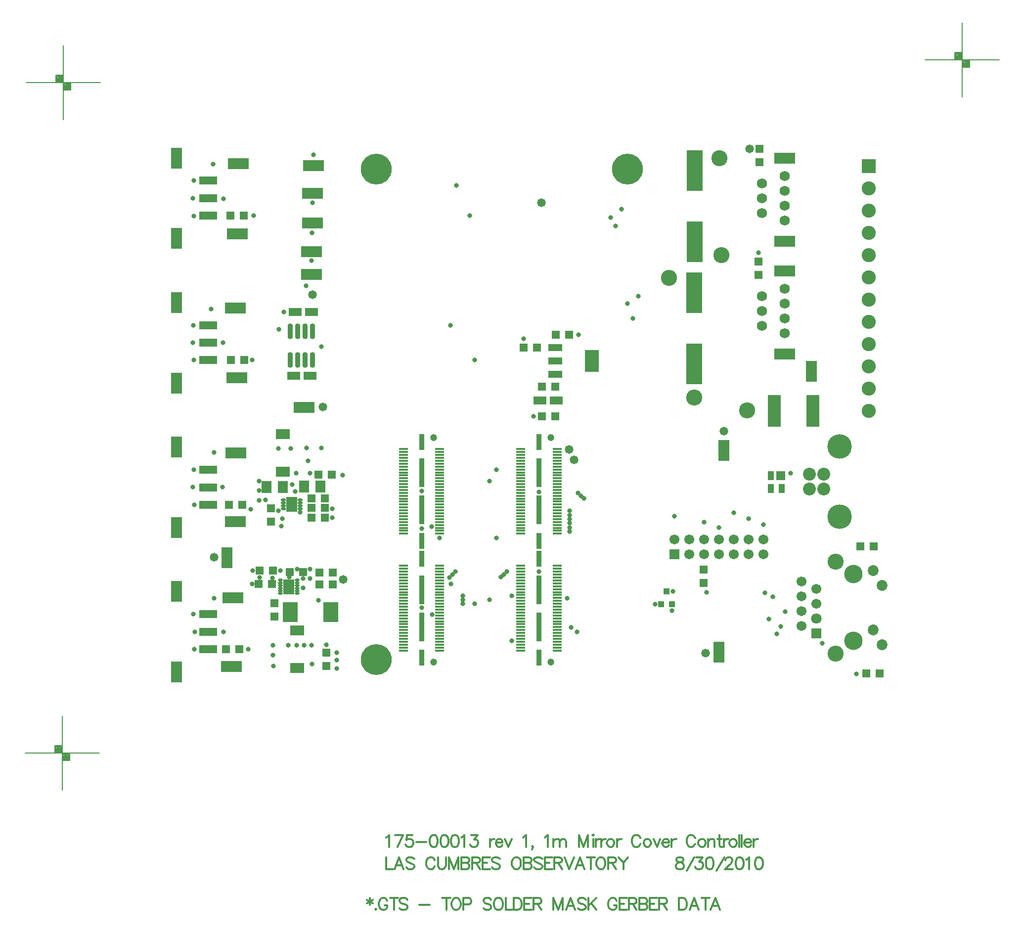
<source format=gts>
%FSLAX23Y23*%
%MOIN*%
G70*
G01*
G75*
G04 Layer_Color=8388736*
%ADD10R,0.070X0.135*%
%ADD11R,0.135X0.070*%
%ADD12R,0.050X0.050*%
%ADD13O,0.028X0.098*%
%ADD14R,0.085X0.138*%
%ADD15R,0.085X0.043*%
%ADD16R,0.085X0.043*%
%ADD17R,0.078X0.048*%
%ADD18R,0.094X0.130*%
%ADD19R,0.050X0.050*%
%ADD20R,0.087X0.059*%
%ADD21O,0.024X0.010*%
%ADD22R,0.065X0.094*%
%ADD23R,0.035X0.053*%
%ADD24R,0.053X0.053*%
%ADD25R,0.063X0.075*%
%ADD26O,0.027X0.010*%
%ADD27R,0.036X0.036*%
%ADD28R,0.079X0.209*%
%ADD29R,0.115X0.050*%
%ADD30R,0.065X0.135*%
%ADD31R,0.098X0.268*%
%ADD32R,0.025X0.100*%
%ADD33R,0.057X0.012*%
%ADD34R,0.025X0.185*%
%ADD35C,0.008*%
%ADD36C,0.012*%
%ADD37C,0.010*%
%ADD38C,0.020*%
%ADD39C,0.005*%
%ADD40C,0.100*%
%ADD41C,0.030*%
%ADD42C,0.050*%
%ADD43C,0.025*%
%ADD44C,0.012*%
%ADD45C,0.012*%
%ADD46C,0.020*%
%ADD47R,0.059X0.059*%
%ADD48C,0.059*%
%ADD49C,0.087*%
%ADD50R,0.087X0.087*%
%ADD51C,0.079*%
%ADD52C,0.157*%
%ADD53C,0.060*%
%ADD54C,0.039*%
%ADD55C,0.200*%
%ADD56C,0.059*%
%ADD57R,0.059X0.059*%
%ADD58C,0.063*%
%ADD59C,0.116*%
%ADD60C,0.065*%
%ADD61C,0.100*%
%ADD62C,0.024*%
%ADD63C,0.026*%
%ADD64C,0.050*%
%ADD65C,0.040*%
%ADD66C,0.075*%
%ADD67C,0.087*%
%ADD68C,0.076*%
%ADD69C,0.131*%
%ADD70C,0.070*%
G04:AMPARAMS|DCode=71|XSize=90mil|YSize=90mil|CornerRadius=0mil|HoleSize=0mil|Usage=FLASHONLY|Rotation=0.000|XOffset=0mil|YOffset=0mil|HoleType=Round|Shape=Relief|Width=10mil|Gap=10mil|Entries=4|*
%AMTHD71*
7,0,0,0.090,0.070,0.010,45*
%
%ADD71THD71*%
%ADD72C,0.080*%
%ADD73C,0.131*%
%ADD74C,0.075*%
%ADD75C,0.168*%
%ADD76C,0.080*%
%ADD77C,0.103*%
G04:AMPARAMS|DCode=78|XSize=110mil|YSize=110mil|CornerRadius=0mil|HoleSize=0mil|Usage=FLASHONLY|Rotation=0.000|XOffset=0mil|YOffset=0mil|HoleType=Round|Shape=Relief|Width=10mil|Gap=10mil|Entries=4|*
%AMTHD78*
7,0,0,0.110,0.090,0.010,45*
%
%ADD78THD78*%
G04:AMPARAMS|DCode=79|XSize=70mil|YSize=70mil|CornerRadius=0mil|HoleSize=0mil|Usage=FLASHONLY|Rotation=0.000|XOffset=0mil|YOffset=0mil|HoleType=Round|Shape=Relief|Width=10mil|Gap=10mil|Entries=4|*
%AMTHD79*
7,0,0,0.070,0.050,0.010,45*
%
%ADD79THD79*%
%ADD80C,0.053*%
G04:AMPARAMS|DCode=81|XSize=120mil|YSize=120mil|CornerRadius=0mil|HoleSize=0mil|Usage=FLASHONLY|Rotation=0.000|XOffset=0mil|YOffset=0mil|HoleType=Round|Shape=Relief|Width=10mil|Gap=10mil|Entries=4|*
%AMTHD81*
7,0,0,0.120,0.100,0.010,45*
%
%ADD81THD81*%
%ADD82C,0.068*%
G04:AMPARAMS|DCode=83|XSize=95.433mil|YSize=95.433mil|CornerRadius=0mil|HoleSize=0mil|Usage=FLASHONLY|Rotation=0.000|XOffset=0mil|YOffset=0mil|HoleType=Round|Shape=Relief|Width=10mil|Gap=10mil|Entries=4|*
%AMTHD83*
7,0,0,0.095,0.075,0.010,45*
%
%ADD83THD83*%
G04:AMPARAMS|DCode=84|XSize=107.244mil|YSize=107.244mil|CornerRadius=0mil|HoleSize=0mil|Usage=FLASHONLY|Rotation=0.000|XOffset=0mil|YOffset=0mil|HoleType=Round|Shape=Relief|Width=10mil|Gap=10mil|Entries=4|*
%AMTHD84*
7,0,0,0.107,0.087,0.010,45*
%
%ADD84THD84*%
G04:AMPARAMS|DCode=85|XSize=96.221mil|YSize=96.221mil|CornerRadius=0mil|HoleSize=0mil|Usage=FLASHONLY|Rotation=0.000|XOffset=0mil|YOffset=0mil|HoleType=Round|Shape=Relief|Width=10mil|Gap=10mil|Entries=4|*
%AMTHD85*
7,0,0,0.096,0.076,0.010,45*
%
%ADD85THD85*%
G04:AMPARAMS|DCode=86|XSize=150.551mil|YSize=150.551mil|CornerRadius=0mil|HoleSize=0mil|Usage=FLASHONLY|Rotation=0.000|XOffset=0mil|YOffset=0mil|HoleType=Round|Shape=Relief|Width=10mil|Gap=10mil|Entries=4|*
%AMTHD86*
7,0,0,0.151,0.131,0.010,45*
%
%ADD86THD86*%
G04:AMPARAMS|DCode=87|XSize=100mil|YSize=100mil|CornerRadius=0mil|HoleSize=0mil|Usage=FLASHONLY|Rotation=0.000|XOffset=0mil|YOffset=0mil|HoleType=Round|Shape=Relief|Width=10mil|Gap=10mil|Entries=4|*
%AMTHD87*
7,0,0,0.100,0.080,0.010,45*
%
%ADD87THD87*%
G04:AMPARAMS|DCode=88|XSize=123mil|YSize=123mil|CornerRadius=0mil|HoleSize=0mil|Usage=FLASHONLY|Rotation=0.000|XOffset=0mil|YOffset=0mil|HoleType=Round|Shape=Relief|Width=10mil|Gap=10mil|Entries=4|*
%AMTHD88*
7,0,0,0.123,0.103,0.010,45*
%
%ADD88THD88*%
%ADD89C,0.090*%
G04:AMPARAMS|DCode=90|XSize=72.992mil|YSize=72.992mil|CornerRadius=0mil|HoleSize=0mil|Usage=FLASHONLY|Rotation=0.000|XOffset=0mil|YOffset=0mil|HoleType=Round|Shape=Relief|Width=10mil|Gap=10mil|Entries=4|*
%AMTHD90*
7,0,0,0.073,0.053,0.010,45*
%
%ADD90THD90*%
G04:AMPARAMS|DCode=91|XSize=88mil|YSize=88mil|CornerRadius=0mil|HoleSize=0mil|Usage=FLASHONLY|Rotation=0.000|XOffset=0mil|YOffset=0mil|HoleType=Round|Shape=Relief|Width=10mil|Gap=10mil|Entries=4|*
%AMTHD91*
7,0,0,0.088,0.068,0.010,45*
%
%ADD91THD91*%
%ADD92C,0.010*%
%ADD93C,0.010*%
%ADD94C,0.020*%
%ADD95C,0.008*%
%ADD96C,0.007*%
%ADD97C,0.006*%
%ADD98R,0.136X0.162*%
%ADD99R,0.078X0.143*%
%ADD100R,0.143X0.078*%
%ADD101R,0.058X0.058*%
%ADD102O,0.036X0.106*%
%ADD103R,0.093X0.146*%
%ADD104R,0.093X0.051*%
%ADD105R,0.093X0.051*%
%ADD106R,0.086X0.056*%
%ADD107R,0.102X0.138*%
%ADD108R,0.058X0.058*%
%ADD109R,0.095X0.067*%
%ADD110O,0.032X0.018*%
%ADD111R,0.073X0.102*%
%ADD112R,0.043X0.061*%
%ADD113R,0.061X0.061*%
%ADD114R,0.071X0.083*%
%ADD115O,0.035X0.018*%
%ADD116R,0.044X0.044*%
%ADD117R,0.087X0.217*%
%ADD118R,0.123X0.058*%
%ADD119R,0.073X0.143*%
%ADD120R,0.106X0.276*%
%ADD121R,0.033X0.108*%
%ADD122R,0.061X0.016*%
%ADD123R,0.033X0.193*%
%ADD124C,0.028*%
%ADD125R,0.067X0.067*%
%ADD126C,0.067*%
%ADD127C,0.095*%
%ADD128R,0.095X0.095*%
%ADD129C,0.087*%
%ADD130C,0.165*%
%ADD131C,0.047*%
%ADD132C,0.208*%
%ADD133C,0.067*%
%ADD134R,0.067X0.067*%
%ADD135C,0.071*%
%ADD136C,0.124*%
%ADD137C,0.073*%
%ADD138C,0.108*%
%ADD139C,0.032*%
%ADD140C,0.058*%
D35*
X17370Y14798D02*
X17380D01*
X17370Y14793D02*
Y14803D01*
Y14793D02*
X17380Y14793D01*
X17380Y14803D01*
X17370D02*
X17380D01*
X17365Y14788D02*
Y14803D01*
Y14788D02*
X17385D01*
Y14808D01*
X17365Y14808D02*
X17385Y14808D01*
X17360Y14783D02*
Y14808D01*
Y14783D02*
X17390D01*
Y14813D01*
X17360D02*
X17390D01*
X17355Y14778D02*
Y14818D01*
Y14778D02*
X17395D01*
Y14818D01*
X17355D02*
X17395D01*
X17420Y14748D02*
X17430D01*
X17420Y14743D02*
X17420Y14753D01*
X17420Y14743D02*
X17430D01*
Y14753D01*
X17420Y14753D02*
X17430Y14753D01*
X17415Y14738D02*
Y14753D01*
Y14738D02*
X17435Y14738D01*
X17435Y14758D02*
X17435Y14738D01*
X17415Y14758D02*
X17435D01*
X17410Y14733D02*
Y14758D01*
Y14733D02*
X17440D01*
Y14763D01*
X17410D02*
X17440D01*
X17405Y14728D02*
Y14768D01*
Y14728D02*
X17445D01*
Y14768D01*
X17405D02*
X17445D01*
X17400Y14723D02*
X17450Y14723D01*
X17450Y14773D02*
X17450Y14723D01*
X17350Y14823D02*
X17400Y14823D01*
X17350Y14823D02*
X17350Y14773D01*
X17400Y14523D02*
Y15023D01*
X17150Y14773D02*
X17650D01*
X11302Y10123D02*
X11312D01*
X11302Y10118D02*
Y10128D01*
Y10118D02*
X11312D01*
Y10128D01*
X11302D02*
X11312D01*
X11297Y10113D02*
Y10128D01*
Y10113D02*
X11317D01*
Y10133D01*
X11297D02*
X11317D01*
X11292Y10108D02*
Y10133D01*
Y10108D02*
X11322D01*
Y10138D01*
X11292D02*
X11322D01*
X11287Y10103D02*
Y10143D01*
Y10103D02*
X11327D01*
Y10143D01*
X11287D02*
X11327D01*
X11352Y10073D02*
X11362D01*
X11352Y10068D02*
Y10078D01*
Y10068D02*
X11362D01*
Y10078D01*
X11352D02*
X11362D01*
X11347Y10063D02*
Y10078D01*
Y10063D02*
X11367D01*
Y10083D01*
X11347D02*
X11367D01*
X11342Y10058D02*
Y10083D01*
Y10058D02*
X11372D01*
Y10088D01*
X11342D02*
X11372D01*
X11337Y10053D02*
Y10093D01*
Y10053D02*
X11377D01*
Y10093D01*
X11337D02*
X11377D01*
X11332Y10048D02*
X11382D01*
Y10098D01*
X11282Y10148D02*
X11332D01*
X11282Y10098D02*
Y10148D01*
X11332Y9848D02*
Y10348D01*
X11082Y10098D02*
X11582D01*
X11311Y14643D02*
X11321D01*
X11311Y14638D02*
Y14648D01*
Y14638D02*
X11321D01*
Y14648D01*
X11311D02*
X11321D01*
X11306Y14633D02*
Y14648D01*
Y14633D02*
X11326D01*
Y14653D01*
X11306D02*
X11326D01*
X11301Y14628D02*
Y14653D01*
Y14628D02*
X11331D01*
Y14658D01*
X11301D02*
X11331D01*
X11296Y14623D02*
Y14663D01*
Y14623D02*
X11336D01*
Y14663D01*
X11296D02*
X11336D01*
X11361Y14593D02*
X11371D01*
X11361Y14588D02*
Y14598D01*
Y14588D02*
X11371D01*
Y14598D01*
X11361D02*
X11371D01*
X11356Y14583D02*
Y14598D01*
Y14583D02*
X11376D01*
Y14603D01*
X11356D02*
X11376D01*
X11351Y14578D02*
Y14603D01*
Y14578D02*
X11381D01*
Y14608D01*
X11351D02*
X11381D01*
X11346Y14573D02*
Y14613D01*
Y14573D02*
X11386D01*
Y14613D01*
X11346D02*
X11386D01*
X11341Y14568D02*
X11391D01*
Y14618D01*
X11291Y14668D02*
X11341D01*
X11291Y14618D02*
Y14668D01*
X11341Y14368D02*
Y14868D01*
X11091Y14618D02*
X11591D01*
D36*
X13518Y9531D02*
X13526Y9535D01*
X13537Y9546D01*
Y9466D01*
X13630Y9546D02*
X13592Y9466D01*
X13577Y9546D02*
X13630D01*
X13694D02*
X13656D01*
X13652Y9512D01*
X13656Y9516D01*
X13667Y9520D01*
X13679D01*
X13690Y9516D01*
X13698Y9508D01*
X13701Y9497D01*
Y9489D01*
X13698Y9478D01*
X13690Y9470D01*
X13679Y9466D01*
X13667D01*
X13656Y9470D01*
X13652Y9474D01*
X13648Y9482D01*
X13719Y9501D02*
X13788D01*
X13834Y9546D02*
X13823Y9543D01*
X13815Y9531D01*
X13811Y9512D01*
Y9501D01*
X13815Y9482D01*
X13823Y9470D01*
X13834Y9466D01*
X13842D01*
X13853Y9470D01*
X13861Y9482D01*
X13865Y9501D01*
Y9512D01*
X13861Y9531D01*
X13853Y9543D01*
X13842Y9546D01*
X13834D01*
X13906D02*
X13894Y9543D01*
X13886Y9531D01*
X13883Y9512D01*
Y9501D01*
X13886Y9482D01*
X13894Y9470D01*
X13906Y9466D01*
X13913D01*
X13925Y9470D01*
X13932Y9482D01*
X13936Y9501D01*
Y9512D01*
X13932Y9531D01*
X13925Y9543D01*
X13913Y9546D01*
X13906D01*
X13977D02*
X13965Y9543D01*
X13958Y9531D01*
X13954Y9512D01*
Y9501D01*
X13958Y9482D01*
X13965Y9470D01*
X13977Y9466D01*
X13984D01*
X13996Y9470D01*
X14003Y9482D01*
X14007Y9501D01*
Y9512D01*
X14003Y9531D01*
X13996Y9543D01*
X13984Y9546D01*
X13977D01*
X14025Y9531D02*
X14033Y9535D01*
X14044Y9546D01*
Y9466D01*
X14091Y9546D02*
X14133D01*
X14110Y9516D01*
X14122D01*
X14129Y9512D01*
X14133Y9508D01*
X14137Y9497D01*
Y9489D01*
X14133Y9478D01*
X14126Y9470D01*
X14114Y9466D01*
X14103D01*
X14091Y9470D01*
X14088Y9474D01*
X14084Y9482D01*
X14218Y9520D02*
Y9466D01*
Y9497D02*
X14222Y9508D01*
X14229Y9516D01*
X14237Y9520D01*
X14248D01*
X14256Y9497D02*
X14301D01*
Y9504D01*
X14297Y9512D01*
X14294Y9516D01*
X14286Y9520D01*
X14275D01*
X14267Y9516D01*
X14259Y9508D01*
X14256Y9497D01*
Y9489D01*
X14259Y9478D01*
X14267Y9470D01*
X14275Y9466D01*
X14286D01*
X14294Y9470D01*
X14301Y9478D01*
X14318Y9520D02*
X14341Y9466D01*
X14364Y9520D02*
X14341Y9466D01*
X14440Y9531D02*
X14447Y9535D01*
X14459Y9546D01*
Y9466D01*
X14506Y9470D02*
X14502Y9466D01*
X14499Y9470D01*
X14502Y9474D01*
X14506Y9470D01*
Y9463D01*
X14502Y9455D01*
X14499Y9451D01*
X14587Y9531D02*
X14594Y9535D01*
X14606Y9546D01*
Y9466D01*
X14645Y9520D02*
Y9466D01*
Y9504D02*
X14657Y9516D01*
X14664Y9520D01*
X14676D01*
X14683Y9516D01*
X14687Y9504D01*
Y9466D01*
Y9504D02*
X14698Y9516D01*
X14706Y9520D01*
X14718D01*
X14725Y9516D01*
X14729Y9504D01*
Y9466D01*
X14817Y9546D02*
Y9466D01*
Y9546D02*
X14847Y9466D01*
X14878Y9546D02*
X14847Y9466D01*
X14878Y9546D02*
Y9466D01*
X14908Y9546D02*
X14912Y9543D01*
X14916Y9546D01*
X14912Y9550D01*
X14908Y9546D01*
X14912Y9520D02*
Y9466D01*
X14930Y9520D02*
Y9466D01*
Y9497D02*
X14934Y9508D01*
X14941Y9516D01*
X14949Y9520D01*
X14961D01*
X14968D02*
Y9466D01*
Y9497D02*
X14972Y9508D01*
X14979Y9516D01*
X14987Y9520D01*
X14998D01*
X15025D02*
X15017Y9516D01*
X15009Y9508D01*
X15005Y9497D01*
Y9489D01*
X15009Y9478D01*
X15017Y9470D01*
X15025Y9466D01*
X15036D01*
X15044Y9470D01*
X15051Y9478D01*
X15055Y9489D01*
Y9497D01*
X15051Y9508D01*
X15044Y9516D01*
X15036Y9520D01*
X15025D01*
X15073D02*
Y9466D01*
Y9497D02*
X15076Y9508D01*
X15084Y9516D01*
X15092Y9520D01*
X15103D01*
X15230Y9527D02*
X15226Y9535D01*
X15219Y9543D01*
X15211Y9546D01*
X15196D01*
X15188Y9543D01*
X15181Y9535D01*
X15177Y9527D01*
X15173Y9516D01*
Y9497D01*
X15177Y9485D01*
X15181Y9478D01*
X15188Y9470D01*
X15196Y9466D01*
X15211D01*
X15219Y9470D01*
X15226Y9478D01*
X15230Y9485D01*
X15272Y9520D02*
X15264Y9516D01*
X15256Y9508D01*
X15253Y9497D01*
Y9489D01*
X15256Y9478D01*
X15264Y9470D01*
X15272Y9466D01*
X15283D01*
X15291Y9470D01*
X15298Y9478D01*
X15302Y9489D01*
Y9497D01*
X15298Y9508D01*
X15291Y9516D01*
X15283Y9520D01*
X15272D01*
X15320D02*
X15343Y9466D01*
X15365Y9520D02*
X15343Y9466D01*
X15378Y9497D02*
X15424D01*
Y9504D01*
X15420Y9512D01*
X15416Y9516D01*
X15409Y9520D01*
X15397D01*
X15390Y9516D01*
X15382Y9508D01*
X15378Y9497D01*
Y9489D01*
X15382Y9478D01*
X15390Y9470D01*
X15397Y9466D01*
X15409D01*
X15416Y9470D01*
X15424Y9478D01*
X15441Y9520D02*
Y9466D01*
Y9497D02*
X15445Y9508D01*
X15453Y9516D01*
X15460Y9520D01*
X15472D01*
X15599Y9527D02*
X15595Y9535D01*
X15587Y9543D01*
X15580Y9546D01*
X15565D01*
X15557Y9543D01*
X15549Y9535D01*
X15546Y9527D01*
X15542Y9516D01*
Y9497D01*
X15546Y9485D01*
X15549Y9478D01*
X15557Y9470D01*
X15565Y9466D01*
X15580D01*
X15587Y9470D01*
X15595Y9478D01*
X15599Y9485D01*
X15640Y9520D02*
X15633Y9516D01*
X15625Y9508D01*
X15621Y9497D01*
Y9489D01*
X15625Y9478D01*
X15633Y9470D01*
X15640Y9466D01*
X15652D01*
X15659Y9470D01*
X15667Y9478D01*
X15671Y9489D01*
Y9497D01*
X15667Y9508D01*
X15659Y9516D01*
X15652Y9520D01*
X15640D01*
X15688D02*
Y9466D01*
Y9504D02*
X15700Y9516D01*
X15707Y9520D01*
X15719D01*
X15726Y9516D01*
X15730Y9504D01*
Y9466D01*
X15763Y9546D02*
Y9482D01*
X15766Y9470D01*
X15774Y9466D01*
X15782D01*
X15751Y9520D02*
X15778D01*
X15793D02*
Y9466D01*
Y9497D02*
X15797Y9508D01*
X15805Y9516D01*
X15812Y9520D01*
X15824D01*
X15850D02*
X15842Y9516D01*
X15835Y9508D01*
X15831Y9497D01*
Y9489D01*
X15835Y9478D01*
X15842Y9470D01*
X15850Y9466D01*
X15861D01*
X15869Y9470D01*
X15877Y9478D01*
X15880Y9489D01*
Y9497D01*
X15877Y9508D01*
X15869Y9516D01*
X15861Y9520D01*
X15850D01*
X15898Y9546D02*
Y9466D01*
X15915Y9546D02*
Y9466D01*
X15931Y9497D02*
X15977D01*
Y9504D01*
X15973Y9512D01*
X15969Y9516D01*
X15962Y9520D01*
X15950D01*
X15943Y9516D01*
X15935Y9508D01*
X15931Y9497D01*
Y9489D01*
X15935Y9478D01*
X15943Y9470D01*
X15950Y9466D01*
X15962D01*
X15969Y9470D01*
X15977Y9478D01*
X15994Y9520D02*
Y9466D01*
Y9497D02*
X15998Y9508D01*
X16006Y9516D01*
X16013Y9520D01*
X16025D01*
D44*
X13407Y9122D02*
Y9076D01*
X13388Y9110D02*
X13426Y9087D01*
Y9110D02*
X13388Y9087D01*
X13447Y9049D02*
X13443Y9045D01*
X13447Y9042D01*
X13450Y9045D01*
X13447Y9049D01*
X13525Y9103D02*
X13521Y9110D01*
X13514Y9118D01*
X13506Y9122D01*
X13491D01*
X13483Y9118D01*
X13475Y9110D01*
X13472Y9103D01*
X13468Y9091D01*
Y9072D01*
X13472Y9061D01*
X13475Y9053D01*
X13483Y9045D01*
X13491Y9042D01*
X13506D01*
X13514Y9045D01*
X13521Y9053D01*
X13525Y9061D01*
Y9072D01*
X13506D02*
X13525D01*
X13570Y9122D02*
Y9042D01*
X13543Y9122D02*
X13597D01*
X13659Y9110D02*
X13652Y9118D01*
X13640Y9122D01*
X13625D01*
X13614Y9118D01*
X13606Y9110D01*
Y9103D01*
X13610Y9095D01*
X13614Y9091D01*
X13621Y9087D01*
X13644Y9080D01*
X13652Y9076D01*
X13656Y9072D01*
X13659Y9064D01*
Y9053D01*
X13652Y9045D01*
X13640Y9042D01*
X13625D01*
X13614Y9045D01*
X13606Y9053D01*
X13740Y9076D02*
X13809D01*
X13922Y9122D02*
Y9042D01*
X13895Y9122D02*
X13949D01*
X13981D02*
X13973Y9118D01*
X13966Y9110D01*
X13962Y9103D01*
X13958Y9091D01*
Y9072D01*
X13962Y9061D01*
X13966Y9053D01*
X13973Y9045D01*
X13981Y9042D01*
X13996D01*
X14004Y9045D01*
X14011Y9053D01*
X14015Y9061D01*
X14019Y9072D01*
Y9091D01*
X14015Y9103D01*
X14011Y9110D01*
X14004Y9118D01*
X13996Y9122D01*
X13981D01*
X14038Y9080D02*
X14072D01*
X14083Y9084D01*
X14087Y9087D01*
X14091Y9095D01*
Y9106D01*
X14087Y9114D01*
X14083Y9118D01*
X14072Y9122D01*
X14038D01*
Y9042D01*
X14225Y9110D02*
X14217Y9118D01*
X14206Y9122D01*
X14191D01*
X14179Y9118D01*
X14172Y9110D01*
Y9103D01*
X14176Y9095D01*
X14179Y9091D01*
X14187Y9087D01*
X14210Y9080D01*
X14217Y9076D01*
X14221Y9072D01*
X14225Y9064D01*
Y9053D01*
X14217Y9045D01*
X14206Y9042D01*
X14191D01*
X14179Y9045D01*
X14172Y9053D01*
X14266Y9122D02*
X14258Y9118D01*
X14251Y9110D01*
X14247Y9103D01*
X14243Y9091D01*
Y9072D01*
X14247Y9061D01*
X14251Y9053D01*
X14258Y9045D01*
X14266Y9042D01*
X14281D01*
X14289Y9045D01*
X14296Y9053D01*
X14300Y9061D01*
X14304Y9072D01*
Y9091D01*
X14300Y9103D01*
X14296Y9110D01*
X14289Y9118D01*
X14281Y9122D01*
X14266D01*
X14323D02*
Y9042D01*
X14368D01*
X14377Y9122D02*
Y9042D01*
Y9122D02*
X14404D01*
X14415Y9118D01*
X14423Y9110D01*
X14427Y9103D01*
X14430Y9091D01*
Y9072D01*
X14427Y9061D01*
X14423Y9053D01*
X14415Y9045D01*
X14404Y9042D01*
X14377D01*
X14498Y9122D02*
X14448D01*
Y9042D01*
X14498D01*
X14448Y9084D02*
X14479D01*
X14511Y9122D02*
Y9042D01*
Y9122D02*
X14545D01*
X14557Y9118D01*
X14561Y9114D01*
X14564Y9106D01*
Y9099D01*
X14561Y9091D01*
X14557Y9087D01*
X14545Y9084D01*
X14511D01*
X14538D02*
X14564Y9042D01*
X14645Y9122D02*
Y9042D01*
Y9122D02*
X14676Y9042D01*
X14706Y9122D02*
X14676Y9042D01*
X14706Y9122D02*
Y9042D01*
X14790D02*
X14759Y9122D01*
X14729Y9042D01*
X14740Y9068D02*
X14778D01*
X14862Y9110D02*
X14854Y9118D01*
X14843Y9122D01*
X14828D01*
X14816Y9118D01*
X14809Y9110D01*
Y9103D01*
X14812Y9095D01*
X14816Y9091D01*
X14824Y9087D01*
X14847Y9080D01*
X14854Y9076D01*
X14858Y9072D01*
X14862Y9064D01*
Y9053D01*
X14854Y9045D01*
X14843Y9042D01*
X14828D01*
X14816Y9045D01*
X14809Y9053D01*
X14880Y9122D02*
Y9042D01*
X14933Y9122D02*
X14880Y9068D01*
X14899Y9087D02*
X14933Y9042D01*
X15071Y9103D02*
X15067Y9110D01*
X15060Y9118D01*
X15052Y9122D01*
X15037D01*
X15029Y9118D01*
X15021Y9110D01*
X15018Y9103D01*
X15014Y9091D01*
Y9072D01*
X15018Y9061D01*
X15021Y9053D01*
X15029Y9045D01*
X15037Y9042D01*
X15052D01*
X15060Y9045D01*
X15067Y9053D01*
X15071Y9061D01*
Y9072D01*
X15052D02*
X15071D01*
X15139Y9122D02*
X15089D01*
Y9042D01*
X15139D01*
X15089Y9084D02*
X15120D01*
X15152Y9122D02*
Y9042D01*
Y9122D02*
X15186D01*
X15198Y9118D01*
X15202Y9114D01*
X15205Y9106D01*
Y9099D01*
X15202Y9091D01*
X15198Y9087D01*
X15186Y9084D01*
X15152D01*
X15179D02*
X15205Y9042D01*
X15223Y9122D02*
Y9042D01*
Y9122D02*
X15258D01*
X15269Y9118D01*
X15273Y9114D01*
X15277Y9106D01*
Y9099D01*
X15273Y9091D01*
X15269Y9087D01*
X15258Y9084D01*
X15223D02*
X15258D01*
X15269Y9080D01*
X15273Y9076D01*
X15277Y9068D01*
Y9057D01*
X15273Y9049D01*
X15269Y9045D01*
X15258Y9042D01*
X15223D01*
X15344Y9122D02*
X15295D01*
Y9042D01*
X15344D01*
X15295Y9084D02*
X15325D01*
X15357Y9122D02*
Y9042D01*
Y9122D02*
X15392D01*
X15403Y9118D01*
X15407Y9114D01*
X15411Y9106D01*
Y9099D01*
X15407Y9091D01*
X15403Y9087D01*
X15392Y9084D01*
X15357D01*
X15384D02*
X15411Y9042D01*
X15491Y9122D02*
Y9042D01*
Y9122D02*
X15518D01*
X15530Y9118D01*
X15537Y9110D01*
X15541Y9103D01*
X15545Y9091D01*
Y9072D01*
X15541Y9061D01*
X15537Y9053D01*
X15530Y9045D01*
X15518Y9042D01*
X15491D01*
X15624D02*
X15593Y9122D01*
X15563Y9042D01*
X15574Y9068D02*
X15612D01*
X15669Y9122D02*
Y9042D01*
X15642Y9122D02*
X15696D01*
X15766Y9042D02*
X15736Y9122D01*
X15705Y9042D01*
X15717Y9068D02*
X15755D01*
D45*
X13518Y9396D02*
Y9316D01*
X13564D01*
X13634D02*
X13603Y9396D01*
X13573Y9316D01*
X13584Y9343D02*
X13622D01*
X13706Y9385D02*
X13698Y9393D01*
X13687Y9396D01*
X13671D01*
X13660Y9393D01*
X13652Y9385D01*
Y9377D01*
X13656Y9370D01*
X13660Y9366D01*
X13667Y9362D01*
X13690Y9354D01*
X13698Y9351D01*
X13702Y9347D01*
X13706Y9339D01*
Y9328D01*
X13698Y9320D01*
X13687Y9316D01*
X13671D01*
X13660Y9320D01*
X13652Y9328D01*
X13843Y9377D02*
X13840Y9385D01*
X13832Y9393D01*
X13824Y9396D01*
X13809D01*
X13802Y9393D01*
X13794Y9385D01*
X13790Y9377D01*
X13786Y9366D01*
Y9347D01*
X13790Y9335D01*
X13794Y9328D01*
X13802Y9320D01*
X13809Y9316D01*
X13824D01*
X13832Y9320D01*
X13840Y9328D01*
X13843Y9335D01*
X13866Y9396D02*
Y9339D01*
X13870Y9328D01*
X13877Y9320D01*
X13889Y9316D01*
X13896D01*
X13908Y9320D01*
X13915Y9328D01*
X13919Y9339D01*
Y9396D01*
X13941D02*
Y9316D01*
Y9396D02*
X13972Y9316D01*
X14002Y9396D02*
X13972Y9316D01*
X14002Y9396D02*
Y9316D01*
X14025Y9396D02*
Y9316D01*
Y9396D02*
X14059D01*
X14071Y9393D01*
X14075Y9389D01*
X14078Y9381D01*
Y9373D01*
X14075Y9366D01*
X14071Y9362D01*
X14059Y9358D01*
X14025D02*
X14059D01*
X14071Y9354D01*
X14075Y9351D01*
X14078Y9343D01*
Y9332D01*
X14075Y9324D01*
X14071Y9320D01*
X14059Y9316D01*
X14025D01*
X14096Y9396D02*
Y9316D01*
Y9396D02*
X14131D01*
X14142Y9393D01*
X14146Y9389D01*
X14150Y9381D01*
Y9373D01*
X14146Y9366D01*
X14142Y9362D01*
X14131Y9358D01*
X14096D01*
X14123D02*
X14150Y9316D01*
X14217Y9396D02*
X14168D01*
Y9316D01*
X14217D01*
X14168Y9358D02*
X14198D01*
X14284Y9385D02*
X14276Y9393D01*
X14265Y9396D01*
X14249D01*
X14238Y9393D01*
X14230Y9385D01*
Y9377D01*
X14234Y9370D01*
X14238Y9366D01*
X14246Y9362D01*
X14268Y9354D01*
X14276Y9351D01*
X14280Y9347D01*
X14284Y9339D01*
Y9328D01*
X14276Y9320D01*
X14265Y9316D01*
X14249D01*
X14238Y9320D01*
X14230Y9328D01*
X14387Y9396D02*
X14380Y9393D01*
X14372Y9385D01*
X14368Y9377D01*
X14364Y9366D01*
Y9347D01*
X14368Y9335D01*
X14372Y9328D01*
X14380Y9320D01*
X14387Y9316D01*
X14403D01*
X14410Y9320D01*
X14418Y9328D01*
X14422Y9335D01*
X14425Y9347D01*
Y9366D01*
X14422Y9377D01*
X14418Y9385D01*
X14410Y9393D01*
X14403Y9396D01*
X14387D01*
X14444D02*
Y9316D01*
Y9396D02*
X14478D01*
X14490Y9393D01*
X14494Y9389D01*
X14497Y9381D01*
Y9373D01*
X14494Y9366D01*
X14490Y9362D01*
X14478Y9358D01*
X14444D02*
X14478D01*
X14490Y9354D01*
X14494Y9351D01*
X14497Y9343D01*
Y9332D01*
X14494Y9324D01*
X14490Y9320D01*
X14478Y9316D01*
X14444D01*
X14569Y9385D02*
X14561Y9393D01*
X14550Y9396D01*
X14534D01*
X14523Y9393D01*
X14515Y9385D01*
Y9377D01*
X14519Y9370D01*
X14523Y9366D01*
X14531Y9362D01*
X14553Y9354D01*
X14561Y9351D01*
X14565Y9347D01*
X14569Y9339D01*
Y9328D01*
X14561Y9320D01*
X14550Y9316D01*
X14534D01*
X14523Y9320D01*
X14515Y9328D01*
X14636Y9396D02*
X14587D01*
Y9316D01*
X14636D01*
X14587Y9358D02*
X14617D01*
X14649Y9396D02*
Y9316D01*
Y9396D02*
X14684D01*
X14695Y9393D01*
X14699Y9389D01*
X14703Y9381D01*
Y9373D01*
X14699Y9366D01*
X14695Y9362D01*
X14684Y9358D01*
X14649D01*
X14676D02*
X14703Y9316D01*
X14721Y9396D02*
X14751Y9316D01*
X14782Y9396D02*
X14751Y9316D01*
X14853D02*
X14822Y9396D01*
X14792Y9316D01*
X14803Y9343D02*
X14841D01*
X14898Y9396D02*
Y9316D01*
X14871Y9396D02*
X14925D01*
X14957D02*
X14949Y9393D01*
X14942Y9385D01*
X14938Y9377D01*
X14934Y9366D01*
Y9347D01*
X14938Y9335D01*
X14942Y9328D01*
X14949Y9320D01*
X14957Y9316D01*
X14972D01*
X14980Y9320D01*
X14988Y9328D01*
X14991Y9335D01*
X14995Y9347D01*
Y9366D01*
X14991Y9377D01*
X14988Y9385D01*
X14980Y9393D01*
X14972Y9396D01*
X14957D01*
X15014D02*
Y9316D01*
Y9396D02*
X15048D01*
X15060Y9393D01*
X15063Y9389D01*
X15067Y9381D01*
Y9373D01*
X15063Y9366D01*
X15060Y9362D01*
X15048Y9358D01*
X15014D01*
X15041D02*
X15067Y9316D01*
X15085Y9396D02*
X15116Y9358D01*
Y9316D01*
X15146Y9396D02*
X15116Y9358D01*
X15490Y9396D02*
X15478Y9393D01*
X15474Y9385D01*
Y9377D01*
X15478Y9370D01*
X15486Y9366D01*
X15501Y9362D01*
X15512Y9358D01*
X15520Y9351D01*
X15524Y9343D01*
Y9332D01*
X15520Y9324D01*
X15516Y9320D01*
X15505Y9316D01*
X15490D01*
X15478Y9320D01*
X15474Y9324D01*
X15471Y9332D01*
Y9343D01*
X15474Y9351D01*
X15482Y9358D01*
X15493Y9362D01*
X15509Y9366D01*
X15516Y9370D01*
X15520Y9377D01*
Y9385D01*
X15516Y9393D01*
X15505Y9396D01*
X15490D01*
X15542Y9305D02*
X15595Y9396D01*
X15608D02*
X15650D01*
X15627Y9366D01*
X15638D01*
X15646Y9362D01*
X15650Y9358D01*
X15654Y9347D01*
Y9339D01*
X15650Y9328D01*
X15642Y9320D01*
X15631Y9316D01*
X15619D01*
X15608Y9320D01*
X15604Y9324D01*
X15600Y9332D01*
X15694Y9396D02*
X15683Y9393D01*
X15675Y9381D01*
X15672Y9362D01*
Y9351D01*
X15675Y9332D01*
X15683Y9320D01*
X15694Y9316D01*
X15702D01*
X15714Y9320D01*
X15721Y9332D01*
X15725Y9351D01*
Y9362D01*
X15721Y9381D01*
X15714Y9393D01*
X15702Y9396D01*
X15694D01*
X15743Y9305D02*
X15796Y9396D01*
X15805Y9377D02*
Y9381D01*
X15809Y9389D01*
X15813Y9393D01*
X15821Y9396D01*
X15836D01*
X15843Y9393D01*
X15847Y9389D01*
X15851Y9381D01*
Y9373D01*
X15847Y9366D01*
X15840Y9354D01*
X15801Y9316D01*
X15855D01*
X15896Y9396D02*
X15884Y9393D01*
X15877Y9381D01*
X15873Y9362D01*
Y9351D01*
X15877Y9332D01*
X15884Y9320D01*
X15896Y9316D01*
X15903D01*
X15915Y9320D01*
X15922Y9332D01*
X15926Y9351D01*
Y9362D01*
X15922Y9381D01*
X15915Y9393D01*
X15903Y9396D01*
X15896D01*
X15944Y9381D02*
X15952Y9385D01*
X15963Y9396D01*
Y9316D01*
X16025Y9396D02*
X16014Y9393D01*
X16006Y9381D01*
X16003Y9362D01*
Y9351D01*
X16006Y9332D01*
X16014Y9320D01*
X16025Y9316D01*
X16033D01*
X16044Y9320D01*
X16052Y9332D01*
X16056Y9351D01*
Y9362D01*
X16052Y9381D01*
X16044Y9393D01*
X16033Y9396D01*
X16025D01*
D82*
X16202Y12930D02*
D03*
X16049Y12980D02*
D03*
X16202Y13030D02*
D03*
X16049Y13080D02*
D03*
X16202Y13130D02*
D03*
X16049Y13180D02*
D03*
X16202Y13230D02*
D03*
Y13690D02*
D03*
X16049Y13740D02*
D03*
X16202Y13790D02*
D03*
X16049Y13840D02*
D03*
X16202Y13890D02*
D03*
X16049Y13940D02*
D03*
X16202Y13990D02*
D03*
D99*
X15793Y12138D02*
D03*
X15759Y10779D02*
D03*
X12442Y11417D02*
D03*
X16382Y12674D02*
D03*
D100*
X12963Y12430D02*
D03*
X13021Y13873D02*
D03*
X12484Y11147D02*
D03*
X12502Y12124D02*
D03*
X12500Y13099D02*
D03*
X12521Y14074D02*
D03*
X12475Y10683D02*
D03*
X12500Y11659D02*
D03*
X12509Y12629D02*
D03*
X12514Y13600D02*
D03*
X13015Y13326D02*
D03*
Y13481D02*
D03*
X13026Y14061D02*
D03*
X13019Y13674D02*
D03*
X16202Y12790D02*
D03*
Y13350D02*
D03*
Y13550D02*
D03*
Y14110D02*
D03*
D101*
X14660Y12921D02*
D03*
X14750D02*
D03*
X14445Y12833D02*
D03*
X14535D02*
D03*
X14568Y12368D02*
D03*
X14658D02*
D03*
X14566Y12570D02*
D03*
X14656D02*
D03*
X12867Y11320D02*
D03*
X12957D02*
D03*
X12747Y11240D02*
D03*
X12657D02*
D03*
X13157Y11235D02*
D03*
X13067D02*
D03*
X13157Y11315D02*
D03*
X13067D02*
D03*
X12662Y11330D02*
D03*
X12752D02*
D03*
X13015Y11687D02*
D03*
X13105D02*
D03*
X13015Y11817D02*
D03*
X13105D02*
D03*
Y11752D02*
D03*
X13015D02*
D03*
X13150Y11977D02*
D03*
X13060D02*
D03*
X12437Y10799D02*
D03*
X12527D02*
D03*
X12458Y11773D02*
D03*
X12548D02*
D03*
X12469Y12748D02*
D03*
X12559D02*
D03*
X12468Y13722D02*
D03*
X12558D02*
D03*
X16755Y10636D02*
D03*
X16845D02*
D03*
X16713Y11492D02*
D03*
X16803D02*
D03*
D102*
X13021Y12942D02*
D03*
X12971D02*
D03*
X12921D02*
D03*
X12871D02*
D03*
X13021Y12749D02*
D03*
X12971D02*
D03*
X12921D02*
D03*
X12871D02*
D03*
D103*
X14902Y12743D02*
D03*
D104*
X14658Y12653D02*
D03*
Y12834D02*
D03*
D105*
Y12743D02*
D03*
D106*
X13015Y13073D02*
D03*
X12905D02*
D03*
X13004Y12642D02*
D03*
X12894D02*
D03*
X14553Y12475D02*
D03*
X14663D02*
D03*
D107*
X13144Y11050D02*
D03*
X12870D02*
D03*
D108*
X13112Y10775D02*
D03*
Y10685D02*
D03*
X12762Y11020D02*
D03*
Y11110D02*
D03*
X12741Y11659D02*
D03*
Y11749D02*
D03*
X15658Y11337D02*
D03*
Y11247D02*
D03*
X16027Y13413D02*
D03*
Y13323D02*
D03*
X16035Y14173D02*
D03*
Y14083D02*
D03*
D109*
X12917Y10926D02*
D03*
Y10674D02*
D03*
X12820Y11996D02*
D03*
Y12248D02*
D03*
D110*
X12916Y11265D02*
D03*
Y11247D02*
D03*
X12802Y11265D02*
D03*
Y11247D02*
D03*
Y11229D02*
D03*
Y11211D02*
D03*
Y11194D02*
D03*
Y11176D02*
D03*
X12916D02*
D03*
Y11194D02*
D03*
Y11211D02*
D03*
Y11229D02*
D03*
D111*
X12859Y11220D02*
D03*
X12880Y11777D02*
D03*
D112*
X16109Y11971D02*
D03*
Y11884D02*
D03*
X16183D02*
D03*
D113*
X16176Y11971D02*
D03*
D114*
X13074Y11895D02*
D03*
X12964D02*
D03*
X12710Y11892D02*
D03*
X12820D02*
D03*
D115*
X12825Y11806D02*
D03*
Y11787D02*
D03*
Y11767D02*
D03*
Y11747D02*
D03*
X12936D02*
D03*
Y11767D02*
D03*
X12936Y11787D02*
D03*
X12936Y11806D02*
D03*
D116*
X15369Y11104D02*
D03*
X15406Y11190D02*
D03*
X15443Y11104D02*
D03*
D117*
X16394Y12407D02*
D03*
X16134D02*
D03*
D118*
X12318Y13722D02*
D03*
Y13840D02*
D03*
Y13958D02*
D03*
Y12748D02*
D03*
Y12866D02*
D03*
Y12984D02*
D03*
Y11773D02*
D03*
Y11891D02*
D03*
Y12009D02*
D03*
Y10799D02*
D03*
Y10917D02*
D03*
Y11035D02*
D03*
D119*
X12102Y13569D02*
D03*
Y14111D02*
D03*
Y12594D02*
D03*
Y13137D02*
D03*
Y11620D02*
D03*
Y12162D02*
D03*
Y10646D02*
D03*
Y11188D02*
D03*
D120*
X15595Y12722D02*
D03*
Y13202D02*
D03*
X15598Y13545D02*
D03*
Y14025D02*
D03*
D121*
X14547Y11409D02*
D03*
Y11531D02*
D03*
Y12196D02*
D03*
Y10744D02*
D03*
X13757Y11409D02*
D03*
Y11531D02*
D03*
Y12196D02*
D03*
Y10744D02*
D03*
D122*
X14669Y12149D02*
D03*
Y12129D02*
D03*
Y12110D02*
D03*
Y12090D02*
D03*
Y12070D02*
D03*
Y12050D02*
D03*
Y12031D02*
D03*
Y12011D02*
D03*
Y11991D02*
D03*
Y11972D02*
D03*
Y11952D02*
D03*
Y11932D02*
D03*
Y11913D02*
D03*
Y11893D02*
D03*
Y11873D02*
D03*
Y11854D02*
D03*
Y11834D02*
D03*
Y11814D02*
D03*
Y11795D02*
D03*
Y11775D02*
D03*
Y11755D02*
D03*
Y11736D02*
D03*
Y11716D02*
D03*
Y11696D02*
D03*
Y11676D02*
D03*
Y11657D02*
D03*
Y11637D02*
D03*
Y11617D02*
D03*
Y11598D02*
D03*
Y11578D02*
D03*
Y11362D02*
D03*
Y11342D02*
D03*
Y11322D02*
D03*
Y11302D02*
D03*
Y11283D02*
D03*
Y11263D02*
D03*
Y11243D02*
D03*
Y11224D02*
D03*
Y11204D02*
D03*
Y11184D02*
D03*
Y11165D02*
D03*
Y11145D02*
D03*
Y11125D02*
D03*
Y11106D02*
D03*
Y11086D02*
D03*
Y11066D02*
D03*
Y11047D02*
D03*
Y11027D02*
D03*
Y11007D02*
D03*
Y10987D02*
D03*
Y10968D02*
D03*
Y10948D02*
D03*
Y10928D02*
D03*
Y10909D02*
D03*
Y10889D02*
D03*
Y10869D02*
D03*
Y10850D02*
D03*
Y10830D02*
D03*
Y10810D02*
D03*
Y10791D02*
D03*
X14425Y12149D02*
D03*
Y12129D02*
D03*
Y12110D02*
D03*
Y12090D02*
D03*
Y12070D02*
D03*
Y12050D02*
D03*
Y12031D02*
D03*
Y12011D02*
D03*
Y11991D02*
D03*
Y11972D02*
D03*
Y11952D02*
D03*
Y11932D02*
D03*
Y11913D02*
D03*
Y11893D02*
D03*
Y11873D02*
D03*
Y11854D02*
D03*
Y11834D02*
D03*
Y11814D02*
D03*
Y11795D02*
D03*
Y11775D02*
D03*
Y11755D02*
D03*
Y11736D02*
D03*
Y11716D02*
D03*
Y11696D02*
D03*
Y11676D02*
D03*
Y11657D02*
D03*
Y11637D02*
D03*
Y11617D02*
D03*
Y11598D02*
D03*
Y11578D02*
D03*
Y11362D02*
D03*
Y11342D02*
D03*
Y11322D02*
D03*
Y11302D02*
D03*
Y11283D02*
D03*
Y11263D02*
D03*
Y11243D02*
D03*
Y11224D02*
D03*
Y11204D02*
D03*
Y11184D02*
D03*
Y11165D02*
D03*
Y11145D02*
D03*
Y11125D02*
D03*
Y11106D02*
D03*
Y11086D02*
D03*
Y11066D02*
D03*
Y11047D02*
D03*
Y11027D02*
D03*
Y11007D02*
D03*
Y10987D02*
D03*
Y10968D02*
D03*
Y10948D02*
D03*
Y10928D02*
D03*
Y10909D02*
D03*
Y10889D02*
D03*
Y10869D02*
D03*
Y10850D02*
D03*
Y10830D02*
D03*
Y10810D02*
D03*
Y10791D02*
D03*
X13878Y12149D02*
D03*
Y12129D02*
D03*
Y12110D02*
D03*
Y12090D02*
D03*
Y12070D02*
D03*
Y12050D02*
D03*
Y12031D02*
D03*
Y12011D02*
D03*
Y11991D02*
D03*
Y11972D02*
D03*
Y11952D02*
D03*
Y11932D02*
D03*
Y11913D02*
D03*
Y11893D02*
D03*
Y11873D02*
D03*
Y11854D02*
D03*
Y11834D02*
D03*
Y11814D02*
D03*
Y11795D02*
D03*
Y11775D02*
D03*
Y11755D02*
D03*
Y11736D02*
D03*
Y11716D02*
D03*
Y11696D02*
D03*
Y11676D02*
D03*
Y11657D02*
D03*
Y11637D02*
D03*
Y11617D02*
D03*
Y11598D02*
D03*
Y11578D02*
D03*
Y11362D02*
D03*
Y11342D02*
D03*
Y11322D02*
D03*
Y11302D02*
D03*
Y11283D02*
D03*
Y11263D02*
D03*
Y11243D02*
D03*
Y11224D02*
D03*
Y11204D02*
D03*
Y11184D02*
D03*
Y11165D02*
D03*
Y11145D02*
D03*
Y11125D02*
D03*
Y11106D02*
D03*
Y11086D02*
D03*
Y11066D02*
D03*
Y11047D02*
D03*
Y11027D02*
D03*
Y11007D02*
D03*
Y10987D02*
D03*
Y10968D02*
D03*
Y10948D02*
D03*
Y10928D02*
D03*
Y10909D02*
D03*
Y10889D02*
D03*
Y10869D02*
D03*
Y10850D02*
D03*
Y10830D02*
D03*
Y10810D02*
D03*
Y10791D02*
D03*
X13635Y12149D02*
D03*
Y12129D02*
D03*
Y12110D02*
D03*
Y12090D02*
D03*
Y12070D02*
D03*
Y12050D02*
D03*
Y12031D02*
D03*
Y12011D02*
D03*
Y11991D02*
D03*
Y11972D02*
D03*
Y11952D02*
D03*
Y11932D02*
D03*
Y11913D02*
D03*
Y11893D02*
D03*
Y11873D02*
D03*
Y11854D02*
D03*
Y11834D02*
D03*
Y11814D02*
D03*
Y11795D02*
D03*
Y11775D02*
D03*
Y11755D02*
D03*
Y11736D02*
D03*
Y11716D02*
D03*
Y11696D02*
D03*
Y11676D02*
D03*
Y11657D02*
D03*
Y11637D02*
D03*
Y11617D02*
D03*
Y11598D02*
D03*
Y11578D02*
D03*
Y11362D02*
D03*
Y11342D02*
D03*
Y11322D02*
D03*
Y11302D02*
D03*
Y11283D02*
D03*
Y11263D02*
D03*
Y11243D02*
D03*
Y11224D02*
D03*
Y11204D02*
D03*
Y11184D02*
D03*
Y11165D02*
D03*
Y11145D02*
D03*
Y11125D02*
D03*
Y11106D02*
D03*
Y11086D02*
D03*
Y11066D02*
D03*
Y11047D02*
D03*
Y11027D02*
D03*
Y11007D02*
D03*
Y10987D02*
D03*
Y10968D02*
D03*
Y10948D02*
D03*
Y10928D02*
D03*
Y10909D02*
D03*
Y10889D02*
D03*
Y10869D02*
D03*
Y10850D02*
D03*
Y10830D02*
D03*
Y10810D02*
D03*
Y10791D02*
D03*
D123*
X14547Y11988D02*
D03*
Y11738D02*
D03*
Y10951D02*
D03*
Y11201D02*
D03*
X13757Y11988D02*
D03*
Y11738D02*
D03*
Y10951D02*
D03*
Y11201D02*
D03*
D124*
X14918Y12783D02*
D03*
Y12743D02*
D03*
Y12704D02*
D03*
X14878D02*
D03*
Y12743D02*
D03*
Y12783D02*
D03*
D125*
X15460Y11441D02*
D03*
D126*
Y11541D02*
D03*
X15560Y11441D02*
D03*
Y11541D02*
D03*
X15660Y11441D02*
D03*
Y11541D02*
D03*
X15760Y11441D02*
D03*
Y11541D02*
D03*
X15860Y11441D02*
D03*
Y11541D02*
D03*
X15960Y11441D02*
D03*
Y11541D02*
D03*
X16060Y11441D02*
D03*
Y11541D02*
D03*
D127*
X16769Y12405D02*
D03*
Y12555D02*
D03*
Y12705D02*
D03*
Y12855D02*
D03*
Y13005D02*
D03*
Y13155D02*
D03*
Y13305D02*
D03*
Y13455D02*
D03*
Y13605D02*
D03*
Y13755D02*
D03*
Y13905D02*
D03*
D128*
Y14055D02*
D03*
D129*
X16369Y11979D02*
D03*
Y11880D02*
D03*
X16467D02*
D03*
Y11979D02*
D03*
D130*
X16574Y11693D02*
D03*
Y12167D02*
D03*
D131*
X14627Y12227D02*
D03*
Y10712D02*
D03*
X13837Y12227D02*
D03*
Y10712D02*
D03*
D132*
X15142Y14037D02*
D03*
X13449D02*
D03*
Y10730D02*
D03*
D133*
X16318Y11255D02*
D03*
Y10955D02*
D03*
X16418Y11205D02*
D03*
X16318Y11155D02*
D03*
Y11055D02*
D03*
X16418Y11105D02*
D03*
D134*
Y10905D02*
D03*
D135*
Y11005D02*
D03*
D136*
X16668Y10855D02*
D03*
Y11305D02*
D03*
D137*
X16861Y10831D02*
D03*
X16801Y10931D02*
D03*
X16861Y11229D02*
D03*
X16801Y11329D02*
D03*
D138*
X16548Y10770D02*
D03*
Y11390D02*
D03*
X15949Y12408D02*
D03*
X15594Y12496D02*
D03*
X15777Y13457D02*
D03*
X15423Y13303D02*
D03*
X15765Y14108D02*
D03*
D139*
X14112Y12750D02*
D03*
Y11105D02*
D03*
X14034D02*
D03*
X14215Y11934D02*
D03*
Y11134D02*
D03*
X14034Y11133D02*
D03*
X14362Y10856D02*
D03*
Y11160D02*
D03*
X14034Y11161D02*
D03*
X14445Y12893D02*
D03*
X14812Y12920D02*
D03*
X12625Y13722D02*
D03*
X12615Y12750D02*
D03*
X12602Y11744D02*
D03*
X12587Y10799D02*
D03*
X13757Y11866D02*
D03*
X13756Y11614D02*
D03*
X13757Y11079D02*
D03*
X14546Y11324D02*
D03*
Y11861D02*
D03*
X14510Y12368D02*
D03*
X15678Y11183D02*
D03*
X12827Y13073D02*
D03*
X13080Y12840D02*
D03*
X12794Y12957D02*
D03*
X16060Y11638D02*
D03*
X15960Y11679D02*
D03*
X15860Y11721D02*
D03*
X15760Y11618D02*
D03*
X15660Y11657D02*
D03*
X15460Y11695D02*
D03*
X14755Y11732D02*
D03*
Y11704D02*
D03*
Y11592D02*
D03*
Y11620D02*
D03*
Y11648D02*
D03*
Y11676D02*
D03*
X16245Y11985D02*
D03*
X14850Y11815D02*
D03*
X14830Y11834D02*
D03*
X14810Y11854D02*
D03*
X16151Y10904D02*
D03*
X16178Y10953D02*
D03*
X16097Y11004D02*
D03*
X16207Y11054D02*
D03*
X16125Y11154D02*
D03*
X16071Y11178D02*
D03*
X14289Y11285D02*
D03*
X14309Y11304D02*
D03*
X14329Y11324D02*
D03*
X13984Y11322D02*
D03*
X13964Y11302D02*
D03*
X13944Y11282D02*
D03*
X12421Y13836D02*
D03*
X12416Y12867D02*
D03*
X12414Y11893D02*
D03*
X12219Y12748D02*
D03*
X12351Y14069D02*
D03*
X12219Y13721D02*
D03*
Y13959D02*
D03*
X12214Y13839D02*
D03*
X12338Y13094D02*
D03*
X12217Y12984D02*
D03*
X12212Y12865D02*
D03*
X12356Y12127D02*
D03*
X12223Y11772D02*
D03*
X12220Y12009D02*
D03*
X12214Y11892D02*
D03*
X12357Y11143D02*
D03*
X12216Y11035D02*
D03*
X12228Y10917D02*
D03*
X12225Y10799D02*
D03*
X12421Y10917D02*
D03*
X12663Y11283D02*
D03*
X13017Y10700D02*
D03*
X12957Y11275D02*
D03*
X13060Y11128D02*
D03*
X13112Y10830D02*
D03*
X13182Y10725D02*
D03*
Y10670D02*
D03*
X12862Y11285D02*
D03*
X12956Y11212D02*
D03*
X12962Y10825D02*
D03*
X12857D02*
D03*
X13182Y10775D02*
D03*
X12804Y11329D02*
D03*
X12618Y11330D02*
D03*
X13002Y11275D02*
D03*
X13012Y10825D02*
D03*
X12912D02*
D03*
X12750Y11279D02*
D03*
X12752Y10825D02*
D03*
X13002Y11340D02*
D03*
X12917D02*
D03*
X12752Y10760D02*
D03*
X12757Y10685D02*
D03*
X12614Y11240D02*
D03*
X12936Y11724D02*
D03*
X12789Y11734D02*
D03*
X12905Y11864D02*
D03*
X12660Y11933D02*
D03*
X12661Y11804D02*
D03*
X12705Y11806D02*
D03*
X12659Y11869D02*
D03*
X12791Y12152D02*
D03*
X12873Y12153D02*
D03*
X12981Y12155D02*
D03*
X12989Y12069D02*
D03*
X12885Y11911D02*
D03*
X12811Y11629D02*
D03*
X13152Y11747D02*
D03*
X13155Y11687D02*
D03*
X13080Y12156D02*
D03*
X13005Y11986D02*
D03*
X12911Y11985D02*
D03*
X12817Y11680D02*
D03*
X14079Y13723D02*
D03*
X13950Y12983D02*
D03*
X13990Y13927D02*
D03*
X13827Y11033D02*
D03*
X13878Y11551D02*
D03*
X14260D02*
D03*
Y12010D02*
D03*
X13953Y11241D02*
D03*
X13822Y11625D02*
D03*
X15450Y11190D02*
D03*
X15443Y11058D02*
D03*
X15329Y11104D02*
D03*
X14738Y11144D02*
D03*
X15181Y13029D02*
D03*
X15143Y13128D02*
D03*
X15218Y13180D02*
D03*
X15065Y13652D02*
D03*
X15029Y13710D02*
D03*
X15102Y13766D02*
D03*
X16028Y13472D02*
D03*
X16457Y10840D02*
D03*
X14764Y10946D02*
D03*
X16688Y10634D02*
D03*
X14805Y10917D02*
D03*
X13021Y13808D02*
D03*
X13027Y14132D02*
D03*
X13018Y13605D02*
D03*
X13014Y13421D02*
D03*
X12978Y13249D02*
D03*
X13224Y11974D02*
D03*
D140*
X15967Y14172D02*
D03*
X14750Y12147D02*
D03*
X14785Y12076D02*
D03*
X13021Y13190D02*
D03*
X14565Y13808D02*
D03*
X15793Y12269D02*
D03*
X15671Y10772D02*
D03*
X12357Y11420D02*
D03*
X13090Y12433D02*
D03*
X13226Y11271D02*
D03*
M02*

</source>
